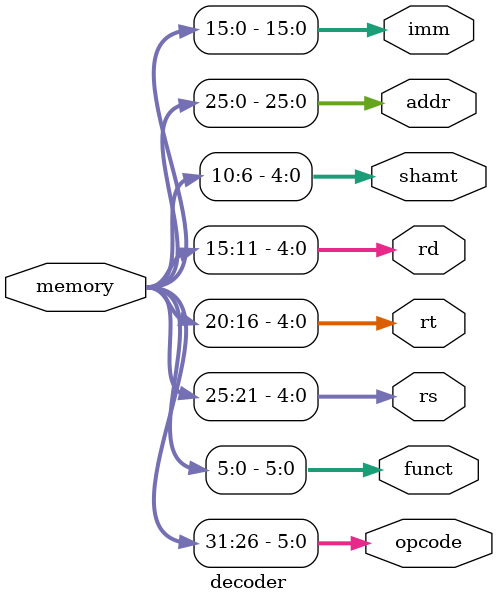
<source format=v>
module decoder (
input [31:0] memory,
output reg [5:0] opcode, funct,
output reg [4:0] rs, rt, rd, shamt,
output reg [25:0] addr,
output reg [15:0] imm
);
    always @ (memory) begin
        //R type
        //opcode and funct decide the type of instruction
        opcode = memory[31:26];
        funct = memory[5:0];

        rs = memory[25:21];
        rt = memory[20:16];
        rd = memory[15:11];
        shamt = memory[10:6];

        //I type
        imm = memory[15:0];

        //J type
        addr = memory[25:0];

        case (opcode)
            2'h0:; //R type
            2'h23:; //I type
            2'h2B:; //I type
            2'h4:; //I type
            2'h2: ; //J type
            default:; //error
        endcase
    end
endmodule

</source>
